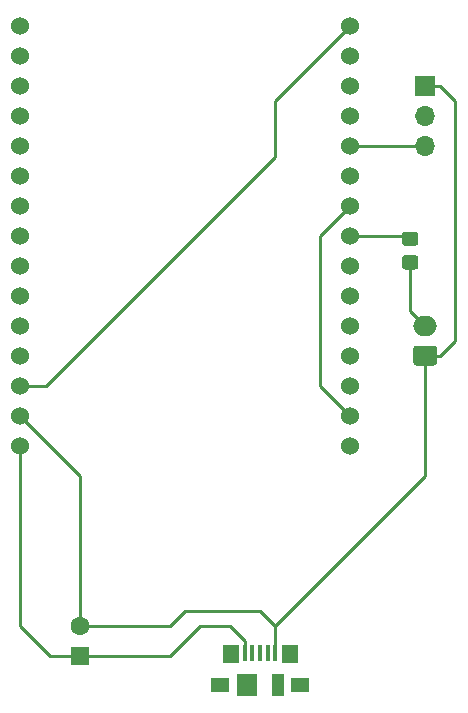
<source format=gtl>
%TF.GenerationSoftware,KiCad,Pcbnew,(5.1.10)-1*%
%TF.CreationDate,2021-09-02T19:06:41+08:00*%
%TF.ProjectId,nodemcu_board,6e6f6465-6d63-4755-9f62-6f6172642e6b,rev?*%
%TF.SameCoordinates,Original*%
%TF.FileFunction,Copper,L1,Top*%
%TF.FilePolarity,Positive*%
%FSLAX46Y46*%
G04 Gerber Fmt 4.6, Leading zero omitted, Abs format (unit mm)*
G04 Created by KiCad (PCBNEW (5.1.10)-1) date 2021-09-02 19:06:41*
%MOMM*%
%LPD*%
G01*
G04 APERTURE LIST*
%TA.AperFunction,ComponentPad*%
%ADD10C,1.600000*%
%TD*%
%TA.AperFunction,ComponentPad*%
%ADD11R,1.600000X1.600000*%
%TD*%
%TA.AperFunction,ComponentPad*%
%ADD12O,2.000000X1.700000*%
%TD*%
%TA.AperFunction,ComponentPad*%
%ADD13O,1.700000X1.700000*%
%TD*%
%TA.AperFunction,ComponentPad*%
%ADD14R,1.700000X1.700000*%
%TD*%
%TA.AperFunction,ComponentPad*%
%ADD15C,1.524000*%
%TD*%
%TA.AperFunction,SMDPad,CuDef*%
%ADD16R,0.450000X1.380000*%
%TD*%
%TA.AperFunction,SMDPad,CuDef*%
%ADD17R,1.425000X1.550000*%
%TD*%
%TA.AperFunction,SMDPad,CuDef*%
%ADD18R,1.650000X1.300000*%
%TD*%
%TA.AperFunction,SMDPad,CuDef*%
%ADD19R,1.800000X1.900000*%
%TD*%
%TA.AperFunction,SMDPad,CuDef*%
%ADD20R,1.000000X1.900000*%
%TD*%
%TA.AperFunction,Conductor*%
%ADD21C,0.250000*%
%TD*%
G04 APERTURE END LIST*
D10*
%TO.P,C1,2*%
%TO.N,Net-(C1-Pad2)*%
X133096000Y-122388000D03*
D11*
%TO.P,C1,1*%
%TO.N,Net-(C1-Pad1)*%
X133096000Y-124888000D03*
%TD*%
D12*
%TO.P,D1,2*%
%TO.N,Net-(D1-Pad2)*%
X162306000Y-96988000D03*
%TO.P,D1,1*%
%TO.N,Net-(C1-Pad2)*%
%TA.AperFunction,ComponentPad*%
G36*
G01*
X163056000Y-100338000D02*
X161556000Y-100338000D01*
G75*
G02*
X161306000Y-100088000I0J250000D01*
G01*
X161306000Y-98888000D01*
G75*
G02*
X161556000Y-98638000I250000J0D01*
G01*
X163056000Y-98638000D01*
G75*
G02*
X163306000Y-98888000I0J-250000D01*
G01*
X163306000Y-100088000D01*
G75*
G02*
X163056000Y-100338000I-250000J0D01*
G01*
G37*
%TD.AperFunction*%
%TD*%
D13*
%TO.P,J2,3*%
%TO.N,Net-(J2-Pad3)*%
X162306000Y-81708000D03*
%TO.P,J2,2*%
%TO.N,Net-(C1-Pad1)*%
X162306000Y-79168000D03*
D14*
%TO.P,J2,1*%
%TO.N,Net-(C1-Pad2)*%
X162306000Y-76628000D03*
%TD*%
%TO.P,R1,2*%
%TO.N,Net-(R1-Pad2)*%
%TA.AperFunction,SMDPad,CuDef*%
G36*
G01*
X161486001Y-90198000D02*
X160585999Y-90198000D01*
G75*
G02*
X160336000Y-89948001I0J249999D01*
G01*
X160336000Y-89247999D01*
G75*
G02*
X160585999Y-88998000I249999J0D01*
G01*
X161486001Y-88998000D01*
G75*
G02*
X161736000Y-89247999I0J-249999D01*
G01*
X161736000Y-89948001D01*
G75*
G02*
X161486001Y-90198000I-249999J0D01*
G01*
G37*
%TD.AperFunction*%
%TO.P,R1,1*%
%TO.N,Net-(D1-Pad2)*%
%TA.AperFunction,SMDPad,CuDef*%
G36*
G01*
X161486001Y-92198000D02*
X160585999Y-92198000D01*
G75*
G02*
X160336000Y-91948001I0J249999D01*
G01*
X160336000Y-91247999D01*
G75*
G02*
X160585999Y-90998000I249999J0D01*
G01*
X161486001Y-90998000D01*
G75*
G02*
X161736000Y-91247999I0J-249999D01*
G01*
X161736000Y-91948001D01*
G75*
G02*
X161486001Y-92198000I-249999J0D01*
G01*
G37*
%TD.AperFunction*%
%TD*%
D15*
%TO.P,U1,1*%
%TO.N,N/C*%
X128016000Y-74088000D03*
%TO.P,U1,2*%
X128016000Y-76628000D03*
%TO.P,U1,3*%
X128016000Y-79168000D03*
%TO.P,U1,4*%
X128016000Y-81708000D03*
%TO.P,U1,5*%
X128016000Y-84248000D03*
%TO.P,U1,6*%
X128016000Y-86788000D03*
%TO.P,U1,7*%
X128016000Y-89328000D03*
%TO.P,U1,8*%
X128016000Y-91868000D03*
%TO.P,U1,9*%
X128016000Y-94408000D03*
%TO.P,U1,10*%
%TO.N,Net-(U1-Pad10)*%
X128016000Y-96948000D03*
%TO.P,U1,11*%
%TO.N,N/C*%
X128016000Y-99488000D03*
%TO.P,U1,12*%
%TO.N,Net-(U1-Pad12)*%
X128016000Y-102028000D03*
%TO.P,U1,13*%
%TO.N,Net-(C1-Pad2)*%
X128016000Y-104568000D03*
%TO.P,U1,14*%
%TO.N,Net-(C1-Pad1)*%
X128016000Y-107108000D03*
%TO.P,U1,15*%
%TO.N,Net-(U1-Pad12)*%
X155956000Y-71548000D03*
%TO.P,U1,16*%
%TO.N,Net-(U1-Pad16)*%
X155956000Y-74088000D03*
%TO.P,U1,17*%
%TO.N,Net-(U1-Pad17)*%
X155956000Y-76628000D03*
%TO.P,U1,18*%
%TO.N,Net-(U1-Pad18)*%
X155956000Y-79168000D03*
%TO.P,U1,19*%
%TO.N,Net-(J2-Pad3)*%
X155956000Y-81708000D03*
%TO.P,U1,20*%
%TO.N,N/C*%
X155956000Y-84248000D03*
%TO.P,U1,21*%
X155956000Y-86788000D03*
%TO.P,U1,22*%
%TO.N,Net-(R1-Pad2)*%
X155956000Y-89328000D03*
%TO.P,U1,23*%
%TO.N,Net-(U1-Pad23)*%
X155956000Y-91868000D03*
%TO.P,U1,24*%
%TO.N,Net-(U1-Pad24)*%
X155956000Y-94408000D03*
%TO.P,U1,25*%
%TO.N,Net-(U1-Pad25)*%
X155956000Y-96948000D03*
%TO.P,U1,26*%
%TO.N,Net-(U1-Pad26)*%
X155956000Y-99488000D03*
%TO.P,U1,27*%
%TO.N,Net-(U1-Pad27)*%
X155956000Y-102028000D03*
%TO.P,U1,28*%
%TO.N,N/C*%
X155956000Y-104568000D03*
%TO.P,U1,29*%
X155956000Y-107108000D03*
%TO.P,U1,0*%
%TO.N,Net-(U1-Pad0)*%
X128016000Y-71548000D03*
%TD*%
D16*
%TO.P,J1,1*%
%TO.N,Net-(C1-Pad1)*%
X147036000Y-124698000D03*
%TO.P,J1,2*%
%TO.N,Net-(J1-Pad2)*%
X147686000Y-124698000D03*
%TO.P,J1,3*%
%TO.N,Net-(J1-Pad3)*%
X148336000Y-124698000D03*
%TO.P,J1,4*%
%TO.N,Net-(J1-Pad4)*%
X148986000Y-124698000D03*
%TO.P,J1,5*%
%TO.N,Net-(C1-Pad2)*%
X149636000Y-124698000D03*
D17*
%TO.P,J1,6*%
X145848500Y-124783000D03*
X150823500Y-124783000D03*
D18*
X144961000Y-127358000D03*
X151711000Y-127358000D03*
D19*
X147186000Y-127358000D03*
D20*
X149886000Y-127358000D03*
%TD*%
D21*
%TO.N,*%
X155956000Y-86788000D02*
X153416000Y-89328000D01*
X153416000Y-89328000D02*
X153416000Y-102028000D01*
X153416000Y-102028000D02*
X155956000Y-104568000D01*
%TO.N,Net-(C1-Pad1)*%
X133096000Y-124888000D02*
X140716000Y-124888000D01*
X140716000Y-124888000D02*
X143256000Y-122348000D01*
X143256000Y-122348000D02*
X145796000Y-122348000D01*
X145796000Y-122348000D02*
X147066000Y-123618000D01*
X133096000Y-124888000D02*
X130556000Y-124888000D01*
X130556000Y-124888000D02*
X128016000Y-122348000D01*
X128016000Y-122348000D02*
X128016000Y-107108000D01*
X147066000Y-124668000D02*
X147036000Y-124698000D01*
X147066000Y-123618000D02*
X147066000Y-124668000D01*
%TO.N,Net-(C1-Pad2)*%
X140676000Y-122388000D02*
X133096000Y-122388000D01*
X141986000Y-121078000D02*
X140676000Y-122388000D01*
X149611000Y-122353000D02*
X148336000Y-121078000D01*
X148336000Y-121078000D02*
X141986000Y-121078000D01*
X149611000Y-124393000D02*
X149611000Y-122353000D01*
X163576000Y-76628000D02*
X162306000Y-76628000D01*
X164846000Y-77898000D02*
X163576000Y-76628000D01*
X164846000Y-98218000D02*
X164846000Y-77898000D01*
X163576000Y-99488000D02*
X164846000Y-98218000D01*
X162306000Y-99488000D02*
X163576000Y-99488000D01*
X162306000Y-109658000D02*
X149611000Y-122353000D01*
X162306000Y-99488000D02*
X162306000Y-109658000D01*
X133096000Y-109648000D02*
X128016000Y-104568000D01*
X133096000Y-122388000D02*
X133096000Y-109648000D01*
%TO.N,Net-(D1-Pad2)*%
X161036000Y-95718000D02*
X162306000Y-96988000D01*
X161036000Y-91598000D02*
X161036000Y-95718000D01*
%TO.N,Net-(J2-Pad3)*%
X162306000Y-81708000D02*
X155956000Y-81708000D01*
%TO.N,Net-(R1-Pad2)*%
X160766000Y-89328000D02*
X161036000Y-89598000D01*
X155956000Y-89328000D02*
X160766000Y-89328000D01*
%TO.N,Net-(U1-Pad12)*%
X128016000Y-102028000D02*
X130222000Y-102028000D01*
X130222000Y-102028000D02*
X149606000Y-82644000D01*
X149606000Y-77898000D02*
X155956000Y-71548000D01*
X149606000Y-82644000D02*
X149606000Y-77898000D01*
%TD*%
M02*

</source>
